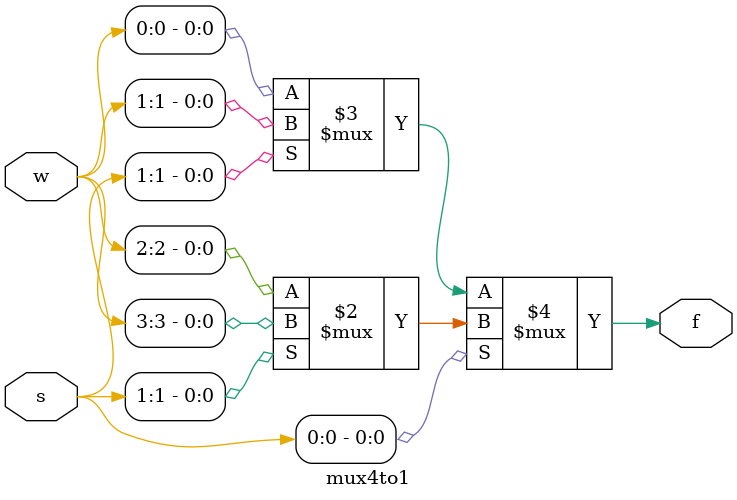
<source format=v>
module q2(w,s,f);
    input [15:0] w;
    input [3:0] s;
    output f;
    wire [3:0] ft;

    mux4to1 stage0(w[3:0],s[1:0],ft[0]);
    mux4to1 stage1(w[7:4],s[1:0],ft[1]);
    mux4to1 stage2(w[11:8],s[1:0],ft[2]);
    mux4to1 stage3(w[15:12],s[1:0],ft[3]);
    mux4to1 stage4(ft,s[3:2],f);

endmodule

module mux4to1(w,s,f);
    input [3:0] w;
    input [1:0] s;
    output f;
    reg f;

    always @(w or s)
    f = s[0] ? ( s[1] ? w[3] : w[2] ) : ( s[1] ? w[1] : w[0]);

endmodule

</source>
